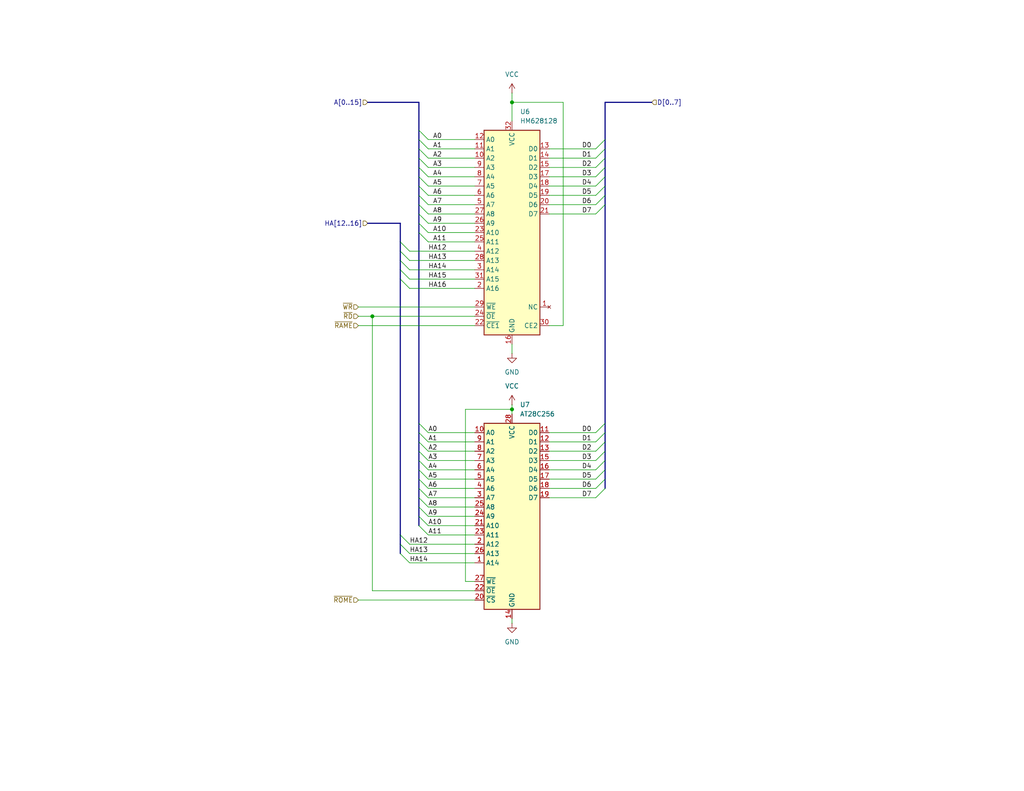
<source format=kicad_sch>
(kicad_sch (version 20250114) (generator "eeschema") (generator_version "9.0")
  (paper "USLetter")
  (lib_symbols
    (symbol "Local:HM628128"
      (property "Reference" "U6" (at 2.54 33.02 0))
      (property "Value" "HM628128" (at 2.286 30.48 0))
      (symbol "HM628128_1_0"
        (pin input line (at -10.16 -10.16 0) (length 2.54) (name "A14") (number "3"))
      )
      (symbol "HM628128_1_1"
        (rectangle (start -7.62 27.94) (end 7.62 -27.94) (stroke (width 0.254)) (fill (type background)))
        (pin input line (at -10.16 25.4 0) (length 2.54) (name "A0") (number "12"))
        (pin input line (at -10.16 22.86 0) (length 2.54) (name "A1") (number "11"))
        (pin input line (at -10.16 20.32 0) (length 2.54) (name "A2") (number "10"))
        (pin input line (at -10.16 17.78 0) (length 2.54) (name "A3") (number "9"))
        (pin input line (at -10.16 15.24 0) (length 2.54) (name "A4") (number "8"))
        (pin input line (at -10.16 12.7 0) (length 2.54) (name "A5") (number "7"))
        (pin input line (at -10.16 10.16 0) (length 2.54) (name "A6") (number "6"))
        (pin input line (at -10.16 7.62 0) (length 2.54) (name "A7") (number "5"))
        (pin input line (at -10.16 5.08 0) (length 2.54) (name "A8") (number "27"))
        (pin input line (at -10.16 2.54 0) (length 2.54) (name "A9") (number "26"))
        (pin input line (at -10.16 0 0) (length 2.54) (name "A10") (number "23"))
        (pin input line (at -10.16 -2.54 0) (length 2.54) (name "A11") (number "25"))
        (pin input line (at -10.16 -5.08 0) (length 2.54) (name "A12") (number "4"))
        (pin input line (at -10.16 -7.62 0) (length 2.54) (name "A13") (number "28"))
        (pin input line (at -10.16 -12.7 0) (length 2.54) (name "A15") (number "31"))
        (pin input line (at -10.16 -15.24 0) (length 2.54) (name "A16") (number "2"))
        (pin input line (at -10.16 -20.32 0) (length 2.54) (name "~{WE}") (number "29"))
        (pin input line (at -10.16 -22.86 0) (length 2.54) (name "~{OE}") (number "24"))
        (pin input line (at -10.16 -25.4 0) (length 2.54) (name "~{CE1}") (number "22"))
        (pin power_in line (at 0 30.48 270) (length 2.54) (name "VCC") (number "32"))
        (pin power_in line (at 0 -30.48 90) (length 2.54) (name "GND") (number "16"))
        (pin tri_state line (at 10.16 22.86 180) (length 2.54) (name "D0") (number "13"))
        (pin tri_state line (at 10.16 20.32 180) (length 2.54) (name "D1") (number "14"))
        (pin tri_state line (at 10.16 17.78 180) (length 2.54) (name "D2") (number "15"))
        (pin tri_state line (at 10.16 15.24 180) (length 2.54) (name "D3") (number "17"))
        (pin tri_state line (at 10.16 12.7 180) (length 2.54) (name "D4") (number "18"))
        (pin tri_state line (at 10.16 10.16 180) (length 2.54) (name "D5") (number "19"))
        (pin tri_state line (at 10.16 7.62 180) (length 2.54) (name "D6") (number "20"))
        (pin tri_state line (at 10.16 5.08 180) (length 2.54) (name "D7") (number "21"))
        (pin no_connect line (at 10.16 -20.32 180) (length 2.54) (name "NC") (number "1"))
        (pin input line (at 10.16 -25.4 180) (length 2.54) (name "CE2") (number "30"))
      )
    )
    (symbol "Memory_EEPROM:28C256"
      (property "Reference" "U" (at -7.62 26.67 0))
      (property "Value" "28C256" (at 2.54 -26.67 0))
      (symbol "28C256_1_1"
        (rectangle (start -7.62 25.4) (end 7.62 -25.4) (stroke (width 0.254)) (fill (type background)))
        (pin input line (at -10.16 22.86 0) (length 2.54) (name "A0") (number "10"))
        (pin input line (at -10.16 20.32 0) (length 2.54) (name "A1") (number "9"))
        (pin input line (at -10.16 17.78 0) (length 2.54) (name "A2") (number "8"))
        (pin input line (at -10.16 15.24 0) (length 2.54) (name "A3") (number "7"))
        (pin input line (at -10.16 12.7 0) (length 2.54) (name "A4") (number "6"))
        (pin input line (at -10.16 10.16 0) (length 2.54) (name "A5") (number "5"))
        (pin input line (at -10.16 7.62 0) (length 2.54) (name "A6") (number "4"))
        (pin input line (at -10.16 5.08 0) (length 2.54) (name "A7") (number "3"))
        (pin input line (at -10.16 2.54 0) (length 2.54) (name "A8") (number "25"))
        (pin input line (at -10.16 0 0) (length 2.54) (name "A9") (number "24"))
        (pin input line (at -10.16 -2.54 0) (length 2.54) (name "A10") (number "21"))
        (pin input line (at -10.16 -5.08 0) (length 2.54) (name "A11") (number "23"))
        (pin input line (at -10.16 -7.62 0) (length 2.54) (name "A12") (number "2"))
        (pin input line (at -10.16 -10.16 0) (length 2.54) (name "A13") (number "26"))
        (pin input line (at -10.16 -12.7 0) (length 2.54) (name "A14") (number "1"))
        (pin input line (at -10.16 -17.78 0) (length 2.54) (name "~{WE}") (number "27"))
        (pin input line (at -10.16 -20.32 0) (length 2.54) (name "~{OE}") (number "22"))
        (pin input line (at -10.16 -22.86 0) (length 2.54) (name "~{CS}") (number "20"))
        (pin power_in line (at 0 27.94 270) (length 2.54) (name "VCC") (number "28"))
        (pin power_in line (at 0 -27.94 90) (length 2.54) (name "GND") (number "14"))
        (pin tri_state line (at 10.16 22.86 180) (length 2.54) (name "D0") (number "11"))
        (pin tri_state line (at 10.16 20.32 180) (length 2.54) (name "D1") (number "12"))
        (pin tri_state line (at 10.16 17.78 180) (length 2.54) (name "D2") (number "13"))
        (pin tri_state line (at 10.16 15.24 180) (length 2.54) (name "D3") (number "15"))
        (pin tri_state line (at 10.16 12.7 180) (length 2.54) (name "D4") (number "16"))
        (pin tri_state line (at 10.16 10.16 180) (length 2.54) (name "D5") (number "17"))
        (pin tri_state line (at 10.16 7.62 180) (length 2.54) (name "D6") (number "18"))
        (pin tri_state line (at 10.16 5.08 180) (length 2.54) (name "D7") (number "19"))
      )
    )
    (symbol "power:GND" (power) (pin_numbers (hide yes)) (pin_names (offset 0) (hide yes))
      (property "Value" "GND" (at 0 -3.81 0))
      (symbol "GND_0_1"
        (polyline (pts (xy 0 0) (xy 0 -1.27) (xy 1.27 -1.27) (xy 0 -2.54) (xy -1.27 -1.27) (xy 0 -1.27)))
      )
      (symbol "GND_1_1"
        (pin power_in line (at 0 0 270) (length 0) (name "~") (number "1"))
      )
    )
    (symbol "power:VCC" (power) (pin_numbers (hide yes)) (pin_names (offset 0) (hide yes))
      (property "Value" "VCC" (at 0 3.556 0))
      (symbol "VCC_0_1"
        (polyline (pts (xy -0.762 1.27) (xy 0 2.54)))
        (polyline (pts (xy 0 2.54) (xy 0.762 1.27)))
        (polyline (pts (xy 0 0) (xy 0 2.54)))
      )
      (symbol "VCC_1_1"
        (pin power_in line (at 0 0 90) (length 0) (name "~") (number "1"))
      )
    )
  )
  (junction (at 139.7 27.94))
  (junction (at 139.7 111.76))
  (junction (at 101.6 86.36))
  (bus_entry (at 114.3 128.27) (size 2.54 2.54))
  (bus_entry (at 109.22 76.2) (size 2.54 2.54))
  (bus_entry (at 114.3 53.34) (size 2.54 2.54))
  (bus_entry (at 165.1 133.35) (size -2.54 2.54))
  (bus_entry (at 165.1 115.57) (size -2.54 2.54))
  (bus_entry (at 165.1 123.19) (size -2.54 2.54))
  (bus_entry (at 165.1 48.26) (size -2.54 2.54))
  (bus_entry (at 114.3 60.96) (size 2.54 2.54))
  (bus_entry (at 114.3 58.42) (size 2.54 2.54))
  (bus_entry (at 114.3 125.73) (size 2.54 2.54))
  (bus_entry (at 114.3 63.5) (size 2.54 2.54))
  (bus_entry (at 165.1 40.64) (size -2.54 2.54))
  (bus_entry (at 165.1 50.8) (size -2.54 2.54))
  (bus_entry (at 114.3 123.19) (size 2.54 2.54))
  (bus_entry (at 114.3 138.43) (size 2.54 2.54))
  (bus_entry (at 109.22 146.05) (size 2.54 2.54))
  (bus_entry (at 109.22 68.58) (size 2.54 2.54))
  (bus_entry (at 114.3 135.89) (size 2.54 2.54))
  (bus_entry (at 114.3 55.88) (size 2.54 2.54))
  (bus_entry (at 109.22 151.13) (size 2.54 2.54))
  (bus_entry (at 114.3 115.57) (size 2.54 2.54))
  (bus_entry (at 165.1 38.1) (size -2.54 2.54))
  (bus_entry (at 165.1 55.88) (size -2.54 2.54))
  (bus_entry (at 114.3 120.65) (size 2.54 2.54))
  (bus_entry (at 114.3 130.81) (size 2.54 2.54))
  (bus_entry (at 165.1 53.34) (size -2.54 2.54))
  (bus_entry (at 114.3 118.11) (size 2.54 2.54))
  (bus_entry (at 165.1 120.65) (size -2.54 2.54))
  (bus_entry (at 165.1 45.72) (size -2.54 2.54))
  (bus_entry (at 109.22 73.66) (size 2.54 2.54))
  (bus_entry (at 109.22 71.12) (size 2.54 2.54))
  (bus_entry (at 165.1 43.18) (size -2.54 2.54))
  (bus_entry (at 109.22 66.04) (size 2.54 2.54))
  (bus_entry (at 114.3 143.51) (size 2.54 2.54))
  (bus_entry (at 114.3 38.1) (size 2.54 2.54))
  (bus_entry (at 114.3 48.26) (size 2.54 2.54))
  (bus_entry (at 114.3 133.35) (size 2.54 2.54))
  (bus_entry (at 114.3 50.8) (size 2.54 2.54))
  (bus_entry (at 165.1 130.81) (size -2.54 2.54))
  (bus_entry (at 114.3 40.64) (size 2.54 2.54))
  (bus_entry (at 114.3 35.56) (size 2.54 2.54))
  (bus_entry (at 165.1 128.27) (size -2.54 2.54))
  (bus_entry (at 114.3 43.18) (size 2.54 2.54))
  (bus_entry (at 109.22 148.59) (size 2.54 2.54))
  (bus_entry (at 165.1 125.73) (size -2.54 2.54))
  (bus_entry (at 165.1 118.11) (size -2.54 2.54))
  (bus_entry (at 114.3 45.72) (size 2.54 2.54))
  (bus_entry (at 114.3 140.97) (size 2.54 2.54))
  (wire (pts (xy 149.86 48.26) (xy 162.56 48.26)))
  (bus (pts (xy 165.1 125.73) (xy 165.1 128.27)))
  (wire (pts (xy 116.84 130.81) (xy 129.54 130.81)))
  (bus (pts (xy 165.1 115.57) (xy 165.1 118.11)))
  (wire (pts (xy 153.67 88.9) (xy 153.67 27.94)))
  (bus (pts (xy 109.22 66.04) (xy 109.22 68.58)))
  (wire (pts (xy 116.84 53.34) (xy 129.54 53.34)))
  (bus (pts (xy 165.1 120.65) (xy 165.1 123.19)))
  (wire (pts (xy 116.84 63.5) (xy 129.54 63.5)))
  (bus (pts (xy 114.3 125.73) (xy 114.3 128.27)))
  (bus (pts (xy 165.1 53.34) (xy 165.1 55.88)))
  (bus (pts (xy 114.3 38.1) (xy 114.3 40.64)))
  (wire (pts (xy 116.84 128.27) (xy 129.54 128.27)))
  (wire (pts (xy 111.76 73.66) (xy 129.54 73.66)))
  (wire (pts (xy 111.76 151.13) (xy 129.54 151.13)))
  (bus (pts (xy 165.1 40.64) (xy 165.1 43.18)))
  (wire (pts (xy 127 111.76) (xy 139.7 111.76)))
  (wire (pts (xy 149.86 120.65) (xy 162.56 120.65)))
  (bus (pts (xy 109.22 146.05) (xy 109.22 148.59)))
  (wire (pts (xy 149.86 123.19) (xy 162.56 123.19)))
  (wire (pts (xy 139.7 27.94) (xy 153.67 27.94)))
  (bus (pts (xy 109.22 76.2) (xy 109.22 146.05)))
  (wire (pts (xy 149.86 135.89) (xy 162.56 135.89)))
  (wire (pts (xy 127 158.75) (xy 127 111.76)))
  (bus (pts (xy 114.3 45.72) (xy 114.3 48.26)))
  (wire (pts (xy 111.76 78.74) (xy 129.54 78.74)))
  (bus (pts (xy 165.1 130.81) (xy 165.1 133.35)))
  (bus (pts (xy 109.22 71.12) (xy 109.22 73.66)))
  (wire (pts (xy 116.84 120.65) (xy 129.54 120.65)))
  (bus (pts (xy 114.3 50.8) (xy 114.3 53.34)))
  (wire (pts (xy 139.7 93.98) (xy 139.7 96.52)))
  (wire (pts (xy 97.79 86.36) (xy 101.6 86.36)))
  (bus (pts (xy 165.1 27.94) (xy 177.8 27.94)))
  (bus (pts (xy 114.3 123.19) (xy 114.3 125.73)))
  (bus (pts (xy 165.1 45.72) (xy 165.1 48.26)))
  (bus (pts (xy 114.3 120.65) (xy 114.3 123.19)))
  (bus (pts (xy 165.1 27.94) (xy 165.1 38.1)))
  (wire (pts (xy 139.7 110.49) (xy 139.7 111.76)))
  (bus (pts (xy 165.1 128.27) (xy 165.1 130.81)))
  (bus (pts (xy 114.3 133.35) (xy 114.3 135.89)))
  (wire (pts (xy 149.86 40.64) (xy 162.56 40.64)))
  (bus (pts (xy 114.3 58.42) (xy 114.3 60.96)))
  (wire (pts (xy 139.7 27.94) (xy 139.7 33.02)))
  (wire (pts (xy 149.86 43.18) (xy 162.56 43.18)))
  (wire (pts (xy 111.76 76.2) (xy 129.54 76.2)))
  (wire (pts (xy 111.76 68.58) (xy 129.54 68.58)))
  (wire (pts (xy 116.84 140.97) (xy 129.54 140.97)))
  (wire (pts (xy 116.84 40.64) (xy 129.54 40.64)))
  (wire (pts (xy 139.7 25.4) (xy 139.7 27.94)))
  (wire (pts (xy 116.84 143.51) (xy 129.54 143.51)))
  (bus (pts (xy 109.22 60.96) (xy 109.22 66.04)))
  (wire (pts (xy 139.7 111.76) (xy 139.7 113.03)))
  (wire (pts (xy 139.7 168.91) (xy 139.7 170.18)))
  (bus (pts (xy 165.1 118.11) (xy 165.1 120.65)))
  (wire (pts (xy 116.84 123.19) (xy 129.54 123.19)))
  (wire (pts (xy 149.86 45.72) (xy 162.56 45.72)))
  (bus (pts (xy 165.1 48.26) (xy 165.1 50.8)))
  (wire (pts (xy 97.79 88.9) (xy 129.54 88.9)))
  (bus (pts (xy 114.3 48.26) (xy 114.3 50.8)))
  (wire (pts (xy 149.86 53.34) (xy 162.56 53.34)))
  (wire (pts (xy 116.84 43.18) (xy 129.54 43.18)))
  (wire (pts (xy 101.6 86.36) (xy 101.6 161.29)))
  (wire (pts (xy 97.79 83.82) (xy 129.54 83.82)))
  (bus (pts (xy 114.3 138.43) (xy 114.3 140.97)))
  (wire (pts (xy 101.6 86.36) (xy 129.54 86.36)))
  (bus (pts (xy 109.22 73.66) (xy 109.22 76.2)))
  (bus (pts (xy 114.3 40.64) (xy 114.3 43.18)))
  (wire (pts (xy 149.86 133.35) (xy 162.56 133.35)))
  (bus (pts (xy 114.3 35.56) (xy 114.3 38.1)))
  (bus (pts (xy 114.3 140.97) (xy 114.3 143.51)))
  (bus (pts (xy 165.1 43.18) (xy 165.1 45.72)))
  (wire (pts (xy 111.76 71.12) (xy 129.54 71.12)))
  (bus (pts (xy 114.3 63.5) (xy 114.3 115.57)))
  (wire (pts (xy 149.86 118.11) (xy 162.56 118.11)))
  (wire (pts (xy 116.84 50.8) (xy 129.54 50.8)))
  (bus (pts (xy 114.3 115.57) (xy 114.3 118.11)))
  (wire (pts (xy 101.6 161.29) (xy 129.54 161.29)))
  (bus (pts (xy 114.3 130.81) (xy 114.3 133.35)))
  (wire (pts (xy 149.86 130.81) (xy 162.56 130.81)))
  (wire (pts (xy 149.86 128.27) (xy 162.56 128.27)))
  (bus (pts (xy 165.1 38.1) (xy 165.1 40.64)))
  (bus (pts (xy 114.3 43.18) (xy 114.3 45.72)))
  (wire (pts (xy 149.86 125.73) (xy 162.56 125.73)))
  (wire (pts (xy 116.84 60.96) (xy 129.54 60.96)))
  (bus (pts (xy 114.3 128.27) (xy 114.3 130.81)))
  (bus (pts (xy 109.22 148.59) (xy 109.22 151.13)))
  (bus (pts (xy 114.3 118.11) (xy 114.3 120.65)))
  (wire (pts (xy 149.86 55.88) (xy 162.56 55.88)))
  (wire (pts (xy 116.84 133.35) (xy 129.54 133.35)))
  (bus (pts (xy 114.3 60.96) (xy 114.3 63.5)))
  (wire (pts (xy 116.84 58.42) (xy 129.54 58.42)))
  (bus (pts (xy 109.22 60.96) (xy 100.33 60.96)))
  (bus (pts (xy 165.1 50.8) (xy 165.1 53.34)))
  (bus (pts (xy 165.1 123.19) (xy 165.1 125.73)))
  (bus (pts (xy 114.3 53.34) (xy 114.3 55.88)))
  (wire (pts (xy 149.86 58.42) (xy 162.56 58.42)))
  (wire (pts (xy 149.86 50.8) (xy 162.56 50.8)))
  (wire (pts (xy 129.54 158.75) (xy 127 158.75)))
  (bus (pts (xy 114.3 55.88) (xy 114.3 58.42)))
  (wire (pts (xy 116.84 146.05) (xy 129.54 146.05)))
  (wire (pts (xy 116.84 38.1) (xy 129.54 38.1)))
  (bus (pts (xy 100.33 27.94) (xy 114.3 27.94)))
  (bus (pts (xy 109.22 68.58) (xy 109.22 71.12)))
  (wire (pts (xy 116.84 48.26) (xy 129.54 48.26)))
  (wire (pts (xy 149.86 88.9) (xy 153.67 88.9)))
  (wire (pts (xy 111.76 153.67) (xy 129.54 153.67)))
  (wire (pts (xy 97.79 163.83) (xy 129.54 163.83)))
  (wire (pts (xy 116.84 135.89) (xy 129.54 135.89)))
  (wire (pts (xy 116.84 66.04) (xy 129.54 66.04)))
  (wire (pts (xy 116.84 45.72) (xy 129.54 45.72)))
  (wire (pts (xy 116.84 125.73) (xy 129.54 125.73)))
  (wire (pts (xy 111.76 148.59) (xy 129.54 148.59)))
  (wire (pts (xy 116.84 55.88) (xy 129.54 55.88)))
  (bus (pts (xy 114.3 135.89) (xy 114.3 138.43)))
  (wire (pts (xy 116.84 118.11) (xy 129.54 118.11)))
  (bus (pts (xy 165.1 55.88) (xy 165.1 115.57)))
  (wire (pts (xy 116.84 138.43) (xy 129.54 138.43)))
  (bus (pts (xy 114.3 35.56) (xy 114.3 27.94)))
  (label "HA16" (at 116.84 78.74 0))
  (label "A5" (at 118.11 50.8 0))
  (label "HA13" (at 111.76 151.13 0))
  (label "HA13" (at 116.84 71.12 0))
  (label "D2" (at 158.75 45.72 0))
  (label "D3" (at 158.75 48.26 0))
  (label "D1" (at 158.75 43.18 0))
  (label "D0" (at 158.75 40.64 0))
  (label "A1" (at 118.11 40.64 0))
  (label "A1" (at 116.84 120.65 0))
  (label "A9" (at 118.11 60.96 0))
  (label "D4" (at 158.75 50.8 0))
  (label "A6" (at 118.11 53.34 0))
  (label "A0" (at 116.84 118.11 0))
  (label "A10" (at 116.84 143.51 0))
  (label "A7" (at 118.11 55.88 0))
  (label "A8" (at 116.84 138.43 0))
  (label "A3" (at 118.11 45.72 0))
  (label "D7" (at 158.75 58.42 0))
  (label "A0" (at 118.11 38.1 0))
  (label "HA14" (at 116.84 73.66 0))
  (label "A11" (at 118.11 66.04 0))
  (label "A7" (at 116.84 135.89 0))
  (label "A2" (at 118.11 43.18 0))
  (label "D1" (at 158.75 120.65 0))
  (label "D5" (at 158.75 130.81 0))
  (label "A4" (at 116.84 128.27 0))
  (label "HA12" (at 116.84 68.58 0))
  (label "D7" (at 158.75 135.89 0))
  (label "D6" (at 158.75 55.88 0))
  (label "HA12" (at 111.76 148.59 0))
  (label "D5" (at 158.75 53.34 0))
  (label "A6" (at 116.84 133.35 0))
  (label "D3" (at 158.75 125.73 0))
  (label "HA14" (at 111.76 153.67 0))
  (label "D2" (at 158.75 123.19 0))
  (label "A11" (at 116.84 146.05 0))
  (label "D6" (at 158.75 133.35 0))
  (label "A9" (at 116.84 140.97 0))
  (label "A4" (at 118.11 48.26 0))
  (label "D0" (at 158.75 118.11 0))
  (label "A3" (at 116.84 125.73 0))
  (label "A2" (at 116.84 123.19 0))
  (label "D4" (at 158.75 128.27 0))
  (label "A8" (at 118.11 58.42 0))
  (label "HA15" (at 116.84 76.2 0))
  (label "A5" (at 116.84 130.81 0))
  (label "A10" (at 118.11 63.5 0))
  (hierarchical_label "A[0..15]" (shape input) (at 100.33 27.94 180))
  (hierarchical_label "~{WR}" (shape input) (at 97.79 83.82 180))
  (hierarchical_label "D[0..7]" (shape input) (at 177.8 27.94 0))
  (hierarchical_label "HA[12..16]" (shape input) (at 100.33 60.96 180))
  (hierarchical_label "~{RAME}" (shape input) (at 97.79 88.9 180))
  (hierarchical_label "~{RD}" (shape input) (at 97.79 86.36 180))
  (hierarchical_label "~{ROME}" (shape input) (at 97.79 163.83 180))
  (symbol (lib_id "power:GND") (at 139.7 96.52 0) (unit 1)
    (property "Reference" "#PWR015" (effects (hide yes)))
    (property "Value" "GND" (at 139.7 101.6 0))
    (property "Description" "Power symbol creates a global label with name \"GND\" , ground" (effects (hide yes)))
  )
  (symbol (lib_id "power:VCC") (at 139.7 25.4 0) (unit 1)
    (property "Reference" "#PWR014" (effects (hide yes)))
    (property "Value" "VCC" (at 139.7 20.32 0))
    (property "Description" "Power symbol creates a global label with name \"VCC\"" (effects (hide yes)))
  )
  (symbol (lib_id "Local:HM628128") (at 139.7 63.5 0) (unit 1)
    (property "Reference" "U6" (at 141.8941 30.48 0) (effects (justify left)))
    (property "Value" "HM628128" (at 141.8941 33.02 0) (effects (justify left)))
    (property "Footprint" "Package_DIP:DIP-32_W15.24mm_Socket" (effects (hide yes)))
    (property "Description" "Parallel RAM 1024Kb 128KiB SRAM" (effects (hide yes)))
  )
  (symbol (lib_id "power:VCC") (at 139.7 110.49 0) (unit 1)
    (property "Reference" "#PWR016" (effects (hide yes)))
    (property "Value" "VCC" (at 139.7 105.41 0))
    (property "Description" "Power symbol creates a global label with name \"VCC\"" (effects (hide yes)))
  )
  (symbol (lib_id "power:GND") (at 139.7 170.18 0) (unit 1)
    (property "Reference" "#PWR017" (effects (hide yes)))
    (property "Value" "GND" (at 139.7 175.26 0))
    (property "Description" "Power symbol creates a global label with name \"GND\" , ground" (effects (hide yes)))
  )
  (symbol (lib_id "Memory_EEPROM:28C256") (at 139.7 140.97 0) (unit 1)
    (property "Reference" "U7" (at 141.8433 110.49 0) (effects (justify left)))
    (property "Value" "AT28C256" (at 141.8433 113.03 0) (effects (justify left)))
    (property "Footprint" "Socket:DIP_Socket-28_W11.9_W12.7_W15.24_W17.78_W18.5_3M_228-1277-00-0602J" (effects (hide yes)))
    (property "Datasheet" "http://ww1.microchip.com/downloads/en/DeviceDoc/doc0006.pdf" (effects (hide yes)))
    (property "Description" "Paged Parallel EEPROM 256Kb (32K x 8), DIP-28/SOIC-28" (effects (hide yes)))
  )
)
</source>
